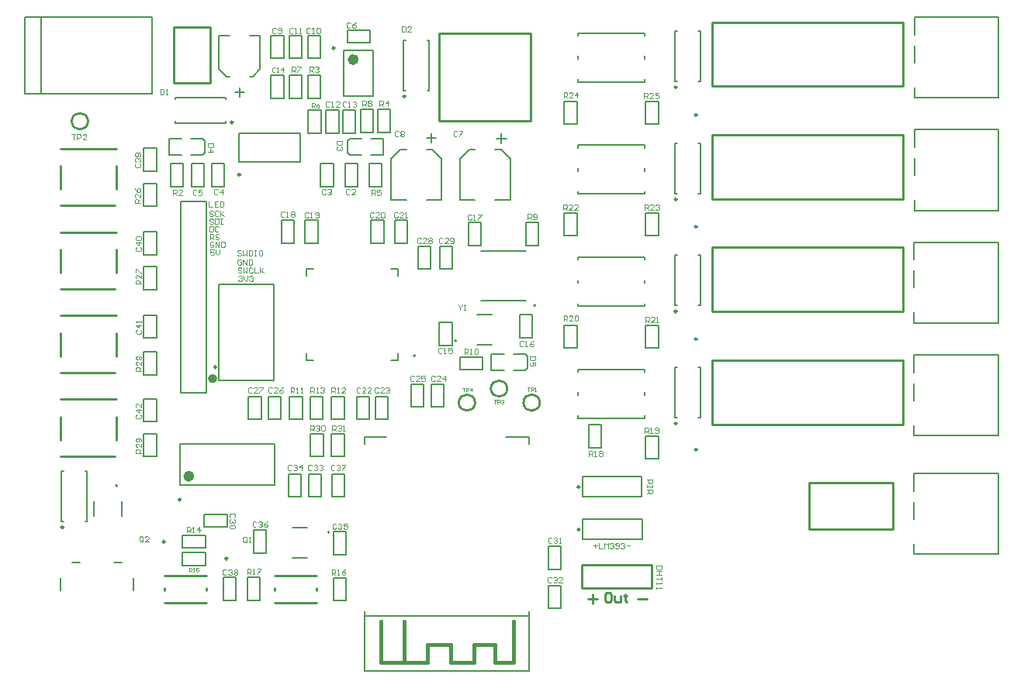
<source format=gbr>
%TF.GenerationSoftware,Altium Limited,Altium Designer,24.9.1 (31)*%
G04 Layer_Color=65535*
%FSLAX45Y45*%
%MOMM*%
%TF.SameCoordinates,27D3D336-BC1F-43B1-B9D8-2BE266924E3D*%
%TF.FilePolarity,Positive*%
%TF.FileFunction,Legend,Top*%
%TF.Part,Single*%
G01*
G75*
%TA.AperFunction,NonConductor*%
%ADD38C,0.25400*%
%ADD65C,0.25000*%
%ADD66C,0.20000*%
%ADD67C,0.60000*%
%ADD68C,0.50800*%
%ADD69C,0.15240*%
%ADD70C,0.17780*%
%ADD71C,0.12700*%
%ADD72C,0.38100*%
%ADD73C,0.20320*%
%ADD74C,0.10000*%
%ADD75C,0.05000*%
D38*
X5105400Y2486660D02*
G03*
X5105400Y2486660I-88900J0D01*
G01*
X4755011Y2333166D02*
G03*
X4755011Y2333166I-88900J0D01*
G01*
X530860Y5407660D02*
G03*
X530860Y5407660I-88900J0D01*
G01*
X5461179Y2333166D02*
G03*
X5461179Y2333166I-88900J0D01*
G01*
X4364100Y5410320D02*
Y6370320D01*
X4864100D01*
X4364100Y5410320D02*
X5364100D01*
Y6370320D01*
X4864100D02*
X5364100D01*
X7342440Y5258615D02*
X9422440D01*
Y4558615D02*
Y5258615D01*
X7342440Y4558615D02*
X9422440D01*
X7342440D02*
Y5258615D01*
X1462720Y5822520D02*
Y6439740D01*
X1861500Y5822520D02*
Y6439740D01*
X1462720Y5822520D02*
X1861500D01*
X1462720Y6439740D02*
X1861500D01*
X228600Y4195679D02*
X838200D01*
X228600Y3573379D02*
X825500D01*
X838200Y3751179D02*
Y4005179D01*
X228600Y3751179D02*
Y4005179D01*
Y2838633D02*
Y3092633D01*
X838200Y2838633D02*
Y3092633D01*
X228600Y2660833D02*
X825500D01*
X228600Y3283133D02*
X838200D01*
X1363980Y444500D02*
X1823980D01*
X1362580Y141800D02*
X1822580D01*
X1363980Y279400D02*
Y304800D01*
X1821180Y279400D02*
Y304800D01*
X3025140Y279400D02*
Y304800D01*
X2567940Y279400D02*
Y304800D01*
X2566540Y141800D02*
X3026540D01*
X2567940Y444500D02*
X3027940D01*
X228600Y4663725D02*
Y4917725D01*
X838200Y4663725D02*
Y4917725D01*
X228600Y4485925D02*
X825500D01*
X228600Y5108225D02*
X838200D01*
X228139Y2370587D02*
X837739D01*
X228139Y1748287D02*
X825039D01*
X837739Y1926087D02*
Y2180087D01*
X228139Y1926087D02*
Y2180087D01*
X5921980Y564459D02*
X6683980D01*
Y310459D02*
Y564459D01*
X5921980Y310459D02*
X6683980D01*
X5921980D02*
Y564459D01*
X9318640Y947996D02*
Y1455996D01*
X8404240Y947996D02*
Y1455996D01*
Y947996D02*
X9318640D01*
X8404240Y1455996D02*
X9318640D01*
X7342440Y2094721D02*
Y2794721D01*
Y2094721D02*
X9422440D01*
Y2794721D01*
X7342440D02*
X9422440D01*
X7342440Y3327801D02*
Y4027801D01*
Y3327801D02*
X9422440D01*
Y4027801D01*
X7342440D02*
X9422440D01*
X7342440Y5789429D02*
Y6489429D01*
Y5789429D02*
X9422440D01*
Y6489429D01*
X7342440D02*
X9422440D01*
X6225454Y257430D02*
X6191599D01*
X6174671Y240502D01*
Y172791D01*
X6191599Y155863D01*
X6225454D01*
X6242382Y172791D01*
Y240502D01*
X6225454Y257430D01*
X6276238Y223574D02*
Y172791D01*
X6293166Y155863D01*
X6343949D01*
Y223574D01*
X6394733Y240502D02*
Y223574D01*
X6377805D01*
X6411661D01*
X6394733D01*
Y172791D01*
X6411661Y155863D01*
X6532811Y183803D02*
X6634378D01*
X6037494Y237143D02*
Y135576D01*
X6088278Y186360D02*
X5986711D01*
D65*
X7178040Y1818640D02*
G03*
X7178040Y1818640I-12500J0D01*
G01*
X6956440Y2106020D02*
G03*
X6956440Y2106020I-12500J0D01*
G01*
X262332Y970229D02*
G03*
X262332Y970229I-12500J0D01*
G01*
X3994820Y5679200D02*
G03*
X3994820Y5679200I-12500J0D01*
G01*
X2112720Y5397080D02*
G03*
X2112720Y5397080I-12500J0D01*
G01*
X6956440Y3330628D02*
G03*
X6956440Y3330628I-12500J0D01*
G01*
Y4555235D02*
G03*
X6956440Y4555235I-12500J0D01*
G01*
Y5779843D02*
G03*
X6956440Y5779843I-12500J0D01*
G01*
X1368860Y813000D02*
G03*
X1368860Y813000I-12500J0D01*
G01*
X7178040Y4254500D02*
G03*
X7178040Y4254500I-12500J0D01*
G01*
X2053517Y630236D02*
G03*
X2053517Y630236I-12500J0D01*
G01*
X2193020Y4825100D02*
G03*
X2193020Y4825100I-12500J0D01*
G01*
X7178040Y3027680D02*
G03*
X7178040Y3027680I-12500J0D01*
G01*
Y5476240D02*
G03*
X7178040Y5476240I-12500J0D01*
G01*
X5899139Y946343D02*
G03*
X5899139Y946343I-12500J0D01*
G01*
X5895940Y1412240D02*
G03*
X5895940Y1412240I-12500J0D01*
G01*
X1931040Y2720340D02*
G03*
X1931040Y2720340I-12500J0D01*
G01*
X1543219Y1273742D02*
G03*
X1543219Y1273742I-12500J0D01*
G01*
X3222420Y6207200D02*
G03*
X3222420Y6207200I-12500J0D01*
G01*
D66*
X3166262Y914068D02*
G03*
X3166262Y914068I-10000J0D01*
G01*
X4552480Y3010740D02*
G03*
X4552480Y3010740I-10000J0D01*
G01*
X5414919Y3394784D02*
G03*
X5414919Y3394784I-10000J0D01*
G01*
X851260Y1426729D02*
G03*
X851260Y1426729I-10000J0D01*
G01*
X4101940Y2844800D02*
G03*
X4101940Y2844800I-10000J0D01*
G01*
X6936440Y2171021D02*
Y2721020D01*
X7216440Y2171021D02*
Y2721020D01*
X6936440Y2171021D02*
X6958940D01*
X6936440Y2721020D02*
X6958940D01*
X7193940Y2171021D02*
X7216440D01*
X7193940Y2721020D02*
X7216440D01*
X242332Y1035230D02*
Y1585229D01*
X522332Y1035230D02*
Y1585229D01*
X242332Y1035230D02*
X264832D01*
X242332Y1585229D02*
X264832D01*
X499832Y1035230D02*
X522332D01*
X499832Y1585229D02*
X522332D01*
X2409920Y5974940D02*
Y6344940D01*
X2294920Y5894940D02*
X2329920D01*
X2409920Y5974940D01*
X2294920Y6344940D02*
X2409920D01*
X1959920D02*
X2074920D01*
X1959920Y5974940D02*
X2039920Y5894940D01*
X2074920D01*
X1959920Y5974940D02*
Y6344940D01*
X5139100Y4550076D02*
Y5000076D01*
X4974100Y5100076D02*
X5039100D01*
X5139100Y5000076D01*
X4974100Y4550076D02*
X5139100D01*
X4589100D02*
X4754100D01*
X4589100Y5000076D02*
X4689100Y5100076D01*
X4754100D01*
X4589100Y4550076D02*
Y5000076D01*
X4389820Y4550076D02*
Y5000076D01*
X4224820Y5100076D02*
X4289820D01*
X4389820Y5000076D01*
X4224820Y4550076D02*
X4389820D01*
X3839820D02*
X4004820D01*
X3839820Y5000076D02*
X3939820Y5100076D01*
X4004820D01*
X3839820Y4550076D02*
Y5000076D01*
X356352Y581761D02*
X441352D01*
X226352Y281760D02*
Y416760D01*
X1026352Y281760D02*
Y416760D01*
X811352Y581761D02*
X896352D01*
X4232320Y6294200D02*
X4254820D01*
X4232320Y5744200D02*
X4254820D01*
X3974820Y6294200D02*
X3997320D01*
X3974820Y5744200D02*
X3997320D01*
X4254820D02*
Y6294200D01*
X3974820Y5744200D02*
Y6294200D01*
X1485220Y5647080D02*
Y5669580D01*
X2035220Y5647080D02*
Y5669580D01*
X1485220Y5389580D02*
Y5412080D01*
X2035220Y5389580D02*
Y5412080D01*
X1485220Y5669580D02*
X2035220D01*
X1485220Y5389580D02*
X2035220D01*
X6936440Y3395628D02*
Y3945628D01*
X7216440Y3395628D02*
Y3945628D01*
X6936440Y3395628D02*
X6958940D01*
X6936440Y3945628D02*
X6958940D01*
X7193940Y3395628D02*
X7216440D01*
X7193940Y3945628D02*
X7216440D01*
X7193940Y5170235D02*
X7216440D01*
X7193940Y4620235D02*
X7216440D01*
X6936440Y5170235D02*
X6958940D01*
X6936440Y4620235D02*
X6958940D01*
X7216440D02*
Y5170235D01*
X6936440Y4620235D02*
Y5170235D01*
X7193940Y6394843D02*
X7216440D01*
X7193940Y5844843D02*
X7216440D01*
X6936440Y6394843D02*
X6958940D01*
X6936440Y5844843D02*
X6958940D01*
X7216440D02*
Y6394843D01*
X6936440Y5844843D02*
Y6394843D01*
X2762262Y633068D02*
X2922262D01*
X2762262Y963067D02*
X2922262D01*
X4776480Y2961740D02*
X4936480D01*
X4776480Y3291740D02*
X4936480D01*
X2174520Y4963100D02*
X2844520D01*
X2174520Y5273100D02*
X2844520D01*
X2174520Y4963100D02*
Y5273100D01*
X2844520Y4963100D02*
Y5273100D01*
X5929139Y1056343D02*
X6579139D01*
Y836343D02*
Y1056343D01*
X5929139Y836343D02*
X6579139D01*
X5929139D02*
Y1056343D01*
X5925940Y1522240D02*
X6575940D01*
Y1302240D02*
Y1522240D01*
X5925940Y1302240D02*
X6575940D01*
X5925940D02*
Y1522240D01*
X1961040Y3626340D02*
X2556040D01*
Y2576340D02*
Y3626340D01*
X1961040Y2576340D02*
X2556040D01*
X1961040D02*
Y3626340D01*
X1530719Y1428752D02*
X2570719D01*
X1530719Y1878752D02*
X2570719D01*
X1530719Y1428752D02*
Y1878752D01*
X2570719Y1428752D02*
Y1878752D01*
X3324920Y5681700D02*
Y6181700D01*
X3644920Y5681700D02*
Y6181700D01*
X3324920D02*
X3644920D01*
X3324920Y5681700D02*
X3644920D01*
X9547602Y1367995D02*
Y1558995D01*
Y677995D02*
Y792995D01*
Y1558995D02*
X10467602D01*
Y677995D02*
Y1558995D01*
X9547602Y677995D02*
X10467602D01*
X9547602Y1062995D02*
Y1249995D01*
Y2356988D02*
Y2543988D01*
Y1971988D02*
X10467602D01*
Y2852988D01*
X9547602D02*
X10467602D01*
X9547602Y1971988D02*
Y2086988D01*
Y2661988D02*
Y2852988D01*
X9550641Y6049429D02*
Y6236429D01*
Y5664429D02*
X10470641D01*
Y6545429D01*
X9550641D02*
X10470641D01*
X9550641Y5664429D02*
Y5779429D01*
Y6354428D02*
Y6545429D01*
Y4818615D02*
Y5005615D01*
Y4433615D02*
X10470641D01*
Y5314615D01*
X9550641D02*
X10470641D01*
X9550641Y4433615D02*
Y4548615D01*
Y5123615D02*
Y5314615D01*
X9547602Y3587801D02*
Y3774801D01*
Y3202801D02*
X10467602D01*
Y4083801D01*
X9547602D02*
X10467602D01*
X9547602Y3202801D02*
Y3317801D01*
Y3892801D02*
Y4083801D01*
D67*
X1660719Y1528752D02*
G03*
X1660719Y1528752I-30000J0D01*
G01*
X3454920Y6081700D02*
G03*
X3454920Y6081700I-30000J0D01*
G01*
D68*
X1915160Y2595880D02*
G03*
X1915160Y2595880I-25400J0D01*
G01*
D69*
X3877861Y4324695D02*
X4016442D01*
X3877861Y4075235D02*
Y4324695D01*
Y4075235D02*
X4016442D01*
Y4324695D01*
X5994400Y2090960D02*
X6132980D01*
X5994400Y1841500D02*
Y2090960D01*
Y1841500D02*
X6132980D01*
Y2090960D01*
X1140276Y3951300D02*
Y4200760D01*
X1278856D01*
Y3951300D02*
Y4200760D01*
X1140276Y3951300D02*
X1278856D01*
X1140276Y4863845D02*
Y5113305D01*
X1278856D01*
Y4863845D02*
Y5113305D01*
X1140276Y4863845D02*
X1278856D01*
X1140276Y3038753D02*
Y3288213D01*
X1278856D01*
Y3038753D02*
Y3288213D01*
X1140276Y3038753D02*
X1278856D01*
X1140276Y2126207D02*
X1278856D01*
Y2375667D01*
X1140276D02*
X1278856D01*
X1140276Y2126207D02*
Y2375667D01*
X4277946Y2287096D02*
X4416527D01*
Y2536556D01*
X4277946D02*
X4416527D01*
X4277946Y2287096D02*
Y2536556D01*
X4055075Y2287096D02*
X4193655D01*
Y2536556D01*
X4055075D02*
X4193655D01*
X4055075Y2287096D02*
Y2536556D01*
X3806340Y2151380D02*
Y2400840D01*
X3667760Y2151380D02*
X3806340D01*
X3667760D02*
Y2400840D01*
X3806340D01*
X3463140Y2150840D02*
Y2400300D01*
X3601720D01*
Y2150840D02*
Y2400300D01*
X3463140Y2150840D02*
X3601720D01*
X4132527Y4040449D02*
X4271107D01*
X4132527Y3790989D02*
Y4040449D01*
Y3790989D02*
X4271107D01*
Y4040449D01*
X4680139Y4299931D02*
X4818719D01*
X4680139Y4050471D02*
Y4299931D01*
Y4050471D02*
X4818719D01*
Y4299931D01*
X4369965Y4040449D02*
X4508545D01*
X4369965Y3790989D02*
Y4040449D01*
Y3790989D02*
X4508545D01*
Y4040449D01*
X4363955Y3209240D02*
X4502535D01*
X4363955Y2959780D02*
Y3209240D01*
Y2959780D02*
X4502535D01*
Y3209240D01*
X3068320Y4942600D02*
X3206900D01*
X3068320Y4693140D02*
Y4942600D01*
Y4693140D02*
X3206900D01*
Y4942600D01*
X3336140Y4693140D02*
Y4942600D01*
X3474720D01*
Y4693140D02*
Y4942600D01*
X3336140Y4693140D02*
X3474720D01*
X3039236Y4075235D02*
Y4324695D01*
X2900656Y4075235D02*
X3039236D01*
X2900656D02*
Y4324695D01*
X3039236D01*
X2643590D02*
X2782170D01*
X2643590Y4075235D02*
Y4324695D01*
Y4075235D02*
X2782170D01*
Y4324695D01*
X1881147Y4942600D02*
X2019727D01*
X1881147Y4693140D02*
Y4942600D01*
Y4693140D02*
X2019727D01*
Y4942600D01*
X2336803Y940847D02*
X2475383D01*
X2336803Y691387D02*
Y940847D01*
Y691387D02*
X2475383D01*
Y940847D01*
X3208024Y673337D02*
X3346604D01*
Y922797D01*
X3208024D02*
X3346604D01*
X3208024Y673337D02*
Y922797D01*
X2006600Y422180D02*
X2145180D01*
X2006600Y172720D02*
Y422180D01*
Y172720D02*
X2145180D01*
Y422180D01*
X5553892Y333534D02*
X5692472D01*
X5553892Y84074D02*
Y333534D01*
Y84074D02*
X5692472D01*
Y333534D01*
X5552472Y510000D02*
X5691052D01*
Y759460D01*
X5552472D02*
X5691052D01*
X5552472Y510000D02*
Y759460D01*
X2047581Y974660D02*
Y1113240D01*
X1798121D02*
X2047581D01*
X1798121Y974660D02*
Y1113240D01*
Y974660D02*
X2047581D01*
X2282040Y2149936D02*
Y2399396D01*
X2420620D01*
Y2149936D02*
Y2399396D01*
X2282040Y2149936D02*
X2420620D01*
X2500480D02*
Y2399396D01*
X2639060D01*
Y2149936D02*
Y2399396D01*
X2500480Y2149936D02*
X2639060D01*
X3078729Y1304980D02*
Y1554440D01*
X2940149Y1304980D02*
X3078729D01*
X2940149D02*
Y1554440D01*
X3078729D01*
X2857729Y1304980D02*
Y1554440D01*
X2719149Y1304980D02*
X2857729D01*
X2719149D02*
Y1554440D01*
X2857729D01*
X3190380Y1304980D02*
Y1554440D01*
X3328960D01*
Y1304980D02*
Y1554440D01*
X3190380Y1304980D02*
X3328960D01*
X5238481Y3044240D02*
Y3293700D01*
X5377061D01*
Y3044240D02*
Y3293700D01*
X5238481Y3044240D02*
X5377061D01*
X2666168Y5661120D02*
Y5910580D01*
X2527588Y5661120D02*
X2666168D01*
X2527588D02*
Y5910580D01*
X2666168D01*
X3066168Y6095480D02*
Y6344940D01*
X2927588Y6095480D02*
X3066168D01*
X2927588D02*
Y6344940D01*
X3066168D01*
X2866168Y6095480D02*
Y6344940D01*
X2727588Y6095480D02*
X2866168D01*
X2727588D02*
Y6344940D01*
X2866168D01*
X2666168Y6095480D02*
Y6344940D01*
X2527588Y6095480D02*
X2666168D01*
X2527588D02*
Y6344940D01*
X2666168D01*
X3360190Y6401700D02*
X3609650D01*
Y6263120D02*
Y6401700D01*
X3360190Y6263120D02*
X3609650D01*
X3360190D02*
Y6401700D01*
X3127860Y5280120D02*
Y5529580D01*
X3266440D01*
Y5280120D02*
Y5529580D01*
X3127860Y5280120D02*
X3266440D01*
X3313280D02*
X3451860D01*
Y5529580D01*
X3313280D02*
X3451860D01*
X3313280Y5280120D02*
Y5529580D01*
X1657627Y4942600D02*
X1796207D01*
X1657627Y4693140D02*
Y4942600D01*
Y4693140D02*
X1796207D01*
Y4942600D01*
X3759376Y4075235D02*
Y4324695D01*
X3620796Y4075235D02*
X3759376D01*
X3620796D02*
Y4324695D01*
X3759376D01*
X1140276Y3568300D02*
Y3817760D01*
X1278856D01*
Y3568300D02*
Y3817760D01*
X1140276Y3568300D02*
X1278856D01*
X1140276Y2637440D02*
Y2886900D01*
X1278856D01*
Y2637440D02*
Y2886900D01*
X1140276Y2637440D02*
X1278856D01*
X1810147Y555356D02*
Y693936D01*
X1560687D02*
X1810147D01*
X1560687Y555356D02*
Y693936D01*
Y555356D02*
X1810147D01*
X2267927Y172720D02*
X2406507D01*
Y422180D01*
X2267927D02*
X2406507D01*
X2267927Y172720D02*
Y422180D01*
X2867890Y2149936D02*
Y2399396D01*
X2729310Y2149936D02*
X2867890D01*
X2729310D02*
Y2399396D01*
X2867890D01*
X2927588Y5661120D02*
X3066168D01*
Y5910580D01*
X2927588D02*
X3066168D01*
X2927588Y5661120D02*
Y5910580D01*
X6754727Y1719580D02*
Y1969040D01*
X6616147Y1719580D02*
X6754727D01*
X6616147D02*
Y1969040D01*
X6754727D01*
Y4155170D02*
Y4404630D01*
X6616147Y4155170D02*
X6754727D01*
X6616147D02*
Y4404630D01*
X6754727D01*
X5728267Y4155170D02*
Y4404630D01*
X5866847D01*
Y4155170D02*
Y4404630D01*
X5728267Y4155170D02*
X5866847D01*
X2957432Y2150402D02*
Y2399862D01*
X3096013D01*
Y2150402D02*
Y2399862D01*
X2957432Y2150402D02*
X3096013D01*
X3186589Y2149396D02*
Y2398856D01*
X3325169D01*
Y2149396D02*
Y2398856D01*
X3186589Y2149396D02*
X3325169D01*
X5308719Y4049380D02*
X5447299D01*
Y4298840D01*
X5308719D02*
X5447299D01*
X5308719Y4049380D02*
Y4298840D01*
X1140276Y1743208D02*
X1278856D01*
Y1992668D01*
X1140276D02*
X1278856D01*
X1140276Y1743208D02*
Y1992668D01*
X1561563Y745757D02*
Y884337D01*
Y745757D02*
X1811023D01*
Y884337D01*
X1561563D02*
X1811023D01*
X3208024Y167100D02*
X3346604D01*
Y416560D01*
X3208024D02*
X3346604D01*
X3208024Y167100D02*
Y416560D01*
X5728267Y2928350D02*
Y3177810D01*
X5866847D01*
Y2928350D02*
Y3177810D01*
X5728267Y2928350D02*
X5866847D01*
X6754727D02*
Y3177810D01*
X6616147Y2928350D02*
X6754727D01*
X6616147D02*
Y3177810D01*
X6754727D01*
X3735220Y4693140D02*
Y4942600D01*
X3596640Y4693140D02*
X3735220D01*
X3596640D02*
Y4942600D01*
X3735220D01*
X1140276Y4480846D02*
X1278856D01*
Y4730306D01*
X1140276D02*
X1278856D01*
X1140276Y4480846D02*
Y4730306D01*
X6604717Y6088667D02*
Y6121179D01*
X5878277Y5838223D02*
Y5867179D01*
Y6088667D02*
Y6121179D01*
Y6342667D02*
Y6371623D01*
X6604717D01*
Y5838223D02*
Y5867179D01*
X5878277Y5838223D02*
X6604717D01*
Y6342667D02*
Y6371623D01*
X3186590Y1743207D02*
X3325170D01*
Y1992667D01*
X3186590D02*
X3325170D01*
X3186590Y1743207D02*
Y1992667D01*
X2957949Y1743207D02*
X3096529D01*
Y1992667D01*
X2957949D02*
X3096529D01*
X2957949Y1743207D02*
Y1992667D01*
X6604717Y2668845D02*
Y2697801D01*
X5878277Y2164401D02*
X6604717D01*
Y2193357D01*
X5878277Y2697801D02*
X6604717D01*
X5878277Y2668845D02*
Y2697801D01*
Y2414845D02*
Y2447357D01*
Y2164401D02*
Y2193357D01*
X6604717Y2414845D02*
Y2447357D01*
X6604718Y3893452D02*
Y3922408D01*
X5878278Y3389008D02*
X6604718D01*
Y3417964D01*
X5878278Y3922408D02*
X6604718D01*
X5878278Y3893452D02*
Y3922408D01*
Y3639452D02*
Y3671964D01*
Y3389008D02*
Y3417964D01*
X6604718Y3639452D02*
Y3671964D01*
Y4864059D02*
Y4896571D01*
X5878278Y4613615D02*
Y4642571D01*
Y4864059D02*
Y4896571D01*
Y5118059D02*
Y5147015D01*
X6604718D01*
Y4613615D02*
Y4642571D01*
X5878278Y4613615D02*
X6604718D01*
Y5118059D02*
Y5147015D01*
X4840400Y2693520D02*
Y2832100D01*
X4590940D02*
X4840400D01*
X4590940Y2693520D02*
Y2832100D01*
Y2693520D02*
X4840400D01*
X3072280Y5278120D02*
Y5527580D01*
X2933700Y5278120D02*
X3072280D01*
X2933700D02*
Y5527580D01*
X3072280D01*
X5728267Y5376910D02*
Y5626370D01*
X5866847D01*
Y5376910D02*
Y5626370D01*
X5728267Y5376910D02*
X5866847D01*
X6754727D02*
Y5626370D01*
X6616147Y5376910D02*
X6754727D01*
X6616147D02*
Y5626370D01*
X6754727D01*
X1430020Y4942600D02*
X1568600D01*
X1430020Y4693140D02*
Y4942600D01*
Y4693140D02*
X1568600D01*
Y4942600D01*
X2727588Y5910580D02*
X2866168D01*
X2727588Y5661120D02*
Y5910580D01*
Y5661120D02*
X2866168D01*
Y5910580D01*
X3691340Y5537740D02*
X3829920D01*
X3691340Y5288280D02*
Y5537740D01*
Y5288280D02*
X3829920D01*
Y5537740D01*
X3503780Y5287740D02*
X3642360D01*
Y5537200D01*
X3503780D02*
X3642360D01*
X3503780Y5287740D02*
Y5537200D01*
X1539240Y2440940D02*
X1818640D01*
X1539240D02*
Y4528820D01*
X1818640D01*
Y2440940D02*
Y4528820D01*
X2239400Y5727700D02*
X2134920D01*
X2187160Y5779940D02*
Y5675460D01*
X4990760Y5221197D02*
X5095240D01*
X5043000Y5168956D02*
Y5273437D01*
X4223699Y5227837D02*
X4328180D01*
X4275940Y5175596D02*
Y5280077D01*
D70*
X22860Y5704840D02*
Y6543040D01*
X-154940Y5704840D02*
X1229360D01*
X-154940Y6543040D02*
X1229360D01*
Y5704840D02*
Y6543040D01*
X-154940Y5704840D02*
Y6543040D01*
D71*
X3385820Y5217160D02*
X3512820D01*
X3614420D02*
X3754120D01*
X3385820Y5039360D02*
X3512820D01*
X3614420D02*
X3754120D01*
X3360420Y5064760D02*
Y5191760D01*
X3385820Y5217160D01*
X3360420Y5064760D02*
X3385820Y5039360D01*
X3754120D02*
Y5217160D01*
X4931820Y2687320D02*
Y2865120D01*
X5300120D02*
X5325520Y2839720D01*
X5300120Y2687320D02*
X5325520Y2712720D01*
Y2839720D01*
X4931820Y2865120D02*
X5071520D01*
X5173120D02*
X5300120D01*
X4931820Y2687320D02*
X5071520D01*
X5173120D02*
X5300120D01*
X1413100Y5039360D02*
Y5217160D01*
X1781400D02*
X1806800Y5191760D01*
X1781400Y5039360D02*
X1806800Y5064760D01*
Y5191760D01*
X1413100Y5217160D02*
X1552800D01*
X1654400D02*
X1781400D01*
X1413100Y5039360D02*
X1552800D01*
X1654400D02*
X1781400D01*
X4818719Y3446060D02*
X5308719D01*
X4818719Y3990060D02*
X5308719D01*
X903260Y1089979D02*
Y1252479D01*
X590260Y1089979D02*
Y1252479D01*
X3913760Y3716020D02*
Y3794380D01*
Y2794380D02*
Y2872740D01*
X2913760Y2794380D02*
X2992120D01*
X2913760Y3716020D02*
Y3794380D01*
X3835400D02*
X3913760D01*
X2913760D02*
X2992120D01*
X2913760Y2794380D02*
Y2872740D01*
X3835400Y2794380D02*
X3913760D01*
D72*
X4488780Y-509140D02*
X4741780D01*
X3982780D02*
Y-59140D01*
X5178780Y-509140D02*
Y-59140D01*
X4741780Y-309140D02*
X4971780D01*
X3729780Y-509140D02*
X3982780D01*
X4235780D01*
X4971780D02*
Y-309140D01*
X4235780D02*
X4488780D01*
X4971780Y-509140D02*
X5178780D01*
X4488780D02*
Y-309140D01*
X3729780Y-509140D02*
Y-59140D01*
X4741780Y-509140D02*
Y-309140D01*
X4235780Y-509140D02*
Y-309140D01*
D73*
X3553400Y3560D02*
Y53560D01*
X5347400Y3560D02*
Y53560D01*
X3553400Y-596440D02*
Y3560D01*
Y-596440D02*
X5347400D01*
Y3560D01*
X3553400D02*
X5347400D01*
X3553400Y1884560D02*
Y1953560D01*
X3783400D01*
X5094400D02*
X5347400D01*
Y1884560D02*
Y1953560D01*
D74*
X6793361Y548800D02*
X6733380D01*
Y518810D01*
X6743377Y508813D01*
X6783364D01*
X6793361Y518810D01*
Y548800D01*
Y488819D02*
X6733380D01*
X6763370D01*
Y448832D01*
X6793361D01*
X6733380D01*
X6793361Y428839D02*
Y388852D01*
Y408845D01*
X6733380D01*
Y368858D02*
Y348865D01*
Y358862D01*
X6793361D01*
X6783364Y368858D01*
X6733380Y318875D02*
Y298881D01*
Y308878D01*
X6793361D01*
X6783364Y318875D01*
X6631780Y1488600D02*
X6691761D01*
Y1458610D01*
X6681764Y1448613D01*
X6661770D01*
X6651774Y1458610D01*
Y1488600D01*
X6691761Y1428619D02*
Y1408626D01*
Y1418623D01*
X6631780D01*
Y1428619D01*
Y1408626D01*
Y1378636D02*
X6691761D01*
Y1348646D01*
X6681764Y1338649D01*
X6661770D01*
X6651774Y1348646D01*
Y1378636D01*
Y1358642D02*
X6631780Y1338649D01*
X6047580Y768970D02*
X6087567D01*
X6067574Y788964D02*
Y748977D01*
X6107561Y798961D02*
Y738980D01*
X6147548D01*
X6167541D02*
Y798961D01*
X6187535Y778967D01*
X6207528Y798961D01*
Y738980D01*
X6227522Y788964D02*
X6237518Y798961D01*
X6257512D01*
X6267509Y788964D01*
Y778967D01*
X6257512Y768970D01*
X6247515D01*
X6257512D01*
X6267509Y758974D01*
Y748977D01*
X6257512Y738980D01*
X6237518D01*
X6227522Y748977D01*
X6287502D02*
X6297499Y738980D01*
X6317493D01*
X6327489Y748977D01*
Y788964D01*
X6317493Y798961D01*
X6297499D01*
X6287502Y788964D01*
Y778967D01*
X6297499Y768970D01*
X6327489D01*
X6347483Y788964D02*
X6357480Y798961D01*
X6377473D01*
X6387470Y788964D01*
Y778967D01*
X6377473Y768970D01*
X6367476D01*
X6377473D01*
X6387470Y758974D01*
Y748977D01*
X6377473Y738980D01*
X6357480D01*
X6347483Y748977D01*
X6407463Y768970D02*
X6447450D01*
X1896567Y4332264D02*
X1886570Y4342261D01*
X1866577D01*
X1856580Y4332264D01*
Y4322267D01*
X1866577Y4312270D01*
X1886570D01*
X1896567Y4302274D01*
Y4292277D01*
X1886570Y4282280D01*
X1866577D01*
X1856580Y4292277D01*
X1916561Y4342261D02*
Y4282280D01*
X1946551D01*
X1956548Y4292277D01*
Y4332264D01*
X1946551Y4342261D01*
X1916561D01*
X1976541D02*
X1996535D01*
X1986538D01*
Y4282280D01*
X1976541D01*
X1996535D01*
X2203907Y3986824D02*
X2193910Y3996821D01*
X2173917D01*
X2163920Y3986824D01*
Y3976827D01*
X2173917Y3966830D01*
X2193910D01*
X2203907Y3956834D01*
Y3946837D01*
X2193910Y3936840D01*
X2173917D01*
X2163920Y3946837D01*
X2223901Y3996821D02*
Y3936840D01*
X2243894Y3956834D01*
X2263888Y3936840D01*
Y3996821D01*
X2283881D02*
Y3936840D01*
X2313871D01*
X2323868Y3946837D01*
Y3986824D01*
X2313871Y3996821D01*
X2283881D01*
X2343862D02*
X2363855D01*
X2353858D01*
Y3936840D01*
X2343862D01*
X2363855D01*
X2423836Y3996821D02*
X2403842D01*
X2393845Y3986824D01*
Y3946837D01*
X2403842Y3936840D01*
X2423836D01*
X2433832Y3946837D01*
Y3986824D01*
X2423836Y3996821D01*
X2203907Y3890304D02*
X2193910Y3900301D01*
X2173917D01*
X2163920Y3890304D01*
Y3850317D01*
X2173917Y3840320D01*
X2193910D01*
X2203907Y3850317D01*
Y3870310D01*
X2183914D01*
X2223901Y3840320D02*
Y3900301D01*
X2263888Y3840320D01*
Y3900301D01*
X2283881D02*
Y3840320D01*
X2313871D01*
X2323868Y3850317D01*
Y3890304D01*
X2313871Y3900301D01*
X2283881D01*
X2171540Y3712504D02*
X2181537Y3722501D01*
X2201530D01*
X2211527Y3712504D01*
Y3702507D01*
X2201530Y3692510D01*
X2191534D01*
X2201530D01*
X2211527Y3682514D01*
Y3672517D01*
X2201530Y3662520D01*
X2181537D01*
X2171540Y3672517D01*
X2231521Y3722501D02*
Y3682514D01*
X2251514Y3662520D01*
X2271508Y3682514D01*
Y3722501D01*
X2291501Y3712504D02*
X2301498Y3722501D01*
X2321491D01*
X2331488Y3712504D01*
Y3702507D01*
X2321491Y3692510D01*
X2311495D01*
X2321491D01*
X2331488Y3682514D01*
Y3672517D01*
X2321491Y3662520D01*
X2301498D01*
X2291501Y3672517D01*
X2206447Y3798864D02*
X2196450Y3808861D01*
X2176457D01*
X2166460Y3798864D01*
Y3788867D01*
X2176457Y3778870D01*
X2196450D01*
X2206447Y3768874D01*
Y3758877D01*
X2196450Y3748880D01*
X2176457D01*
X2166460Y3758877D01*
X2226441Y3808861D02*
Y3748880D01*
X2246434Y3768874D01*
X2266428Y3748880D01*
Y3808861D01*
X2326408Y3798864D02*
X2316411Y3808861D01*
X2296418D01*
X2286421Y3798864D01*
Y3758877D01*
X2296418Y3748880D01*
X2316411D01*
X2326408Y3758877D01*
X2346402Y3808861D02*
Y3748880D01*
X2386389D01*
X2406382Y3808861D02*
Y3748880D01*
Y3768874D01*
X2446369Y3808861D01*
X2416379Y3778870D01*
X2446369Y3748880D01*
X1904187Y4004441D02*
X1864200D01*
Y3974450D01*
X1884194Y3984447D01*
X1894190D01*
X1904187Y3974450D01*
Y3954457D01*
X1894190Y3944460D01*
X1874197D01*
X1864200Y3954457D01*
X1924181Y4004441D02*
Y3964454D01*
X1944174Y3944460D01*
X1964168Y3964454D01*
Y4004441D01*
X1901647Y4080804D02*
X1891650Y4090801D01*
X1871657D01*
X1861660Y4080804D01*
Y4040817D01*
X1871657Y4030820D01*
X1891650D01*
X1901647Y4040817D01*
Y4060810D01*
X1881654D01*
X1921641Y4030820D02*
Y4090801D01*
X1961628Y4030820D01*
Y4090801D01*
X1981621D02*
Y4030820D01*
X2011611D01*
X2021608Y4040817D01*
Y4080804D01*
X2011611Y4090801D01*
X1981621D01*
X1861660Y4114640D02*
Y4174621D01*
X1891650D01*
X1901647Y4164624D01*
Y4144630D01*
X1891650Y4134634D01*
X1861660D01*
X1881654D02*
X1901647Y4114640D01*
X1961628Y4164624D02*
X1951631Y4174621D01*
X1931637D01*
X1921641Y4164624D01*
Y4154627D01*
X1931637Y4144630D01*
X1951631D01*
X1961628Y4134634D01*
Y4124637D01*
X1951631Y4114640D01*
X1931637D01*
X1921641Y4124637D01*
X1859120Y4258441D02*
Y4198460D01*
X1889110D01*
X1899107Y4208457D01*
Y4248444D01*
X1889110Y4258441D01*
X1859120D01*
X1959088Y4248444D02*
X1949091Y4258441D01*
X1929097D01*
X1919101Y4248444D01*
Y4208457D01*
X1929097Y4198460D01*
X1949091D01*
X1959088Y4208457D01*
X1896567Y4418624D02*
X1886570Y4428621D01*
X1866577D01*
X1856580Y4418624D01*
Y4408627D01*
X1866577Y4398630D01*
X1886570D01*
X1896567Y4388634D01*
Y4378637D01*
X1886570Y4368640D01*
X1866577D01*
X1856580Y4378637D01*
X1956548Y4418624D02*
X1946551Y4428621D01*
X1926557D01*
X1916561Y4418624D01*
Y4378637D01*
X1926557Y4368640D01*
X1946551D01*
X1956548Y4378637D01*
X1976541Y4428621D02*
Y4368640D01*
Y4388634D01*
X2016528Y4428621D01*
X1986538Y4398630D01*
X2016528Y4368640D01*
X1851500Y4532761D02*
Y4472780D01*
X1891487D01*
X1951468Y4532761D02*
X1911481D01*
Y4472780D01*
X1951468D01*
X1911481Y4502770D02*
X1931474D01*
X1971461Y4532761D02*
Y4472780D01*
X2001451D01*
X2011448Y4482777D01*
Y4522764D01*
X2001451Y4532761D01*
X1971461D01*
X4572653Y3403110D02*
Y3393113D01*
X4592647Y3373120D01*
X4612640Y3393113D01*
Y3403110D01*
X4592647Y3373120D02*
Y3343130D01*
X4632634D02*
X4652627D01*
X4642630D01*
Y3403110D01*
X4632634Y3393113D01*
X4617744Y2493954D02*
X4644402D01*
X4631073D01*
Y2453967D01*
X4657731D02*
Y2493954D01*
X4677725D01*
X4684389Y2487289D01*
Y2473960D01*
X4677725Y2467296D01*
X4657731D01*
X4717712Y2453967D02*
Y2493954D01*
X4697718Y2473960D01*
X4724376D01*
X4960644Y2361874D02*
X4987302D01*
X4973973D01*
Y2321887D01*
X5000631D02*
Y2361874D01*
X5020625D01*
X5027289Y2355209D01*
Y2341880D01*
X5020625Y2335216D01*
X5000631D01*
X5040618Y2355209D02*
X5047283Y2361874D01*
X5060612D01*
X5067276Y2355209D01*
Y2348545D01*
X5060612Y2341880D01*
X5053947D01*
X5060612D01*
X5067276Y2335216D01*
Y2328551D01*
X5060612Y2321887D01*
X5047283D01*
X5040618Y2328551D01*
X351826Y5264930D02*
X391813D01*
X371820D01*
Y5204950D01*
X411807D02*
Y5264930D01*
X441797D01*
X451794Y5254933D01*
Y5234940D01*
X441797Y5224943D01*
X411807D01*
X511774Y5204950D02*
X471787D01*
X511774Y5244937D01*
Y5254933D01*
X501778Y5264930D01*
X481784D01*
X471787Y5254933D01*
X5325449Y2496494D02*
X5352107D01*
X5338777D01*
Y2456507D01*
X5365436D02*
Y2496494D01*
X5385429D01*
X5392094Y2489829D01*
Y2476500D01*
X5385429Y2469836D01*
X5365436D01*
X5405423Y2456507D02*
X5418751D01*
X5412087D01*
Y2496494D01*
X5405423Y2489829D01*
X3193923Y2022330D02*
Y2082310D01*
X3223913D01*
X3233910Y2072313D01*
Y2052320D01*
X3223913Y2042323D01*
X3193923D01*
X3213916D02*
X3233910Y2022330D01*
X3253903Y2072313D02*
X3263900Y2082310D01*
X3283894D01*
X3293890Y2072313D01*
Y2062317D01*
X3283894Y2052320D01*
X3273897D01*
X3283894D01*
X3293890Y2042323D01*
Y2032326D01*
X3283894Y2022330D01*
X3263900D01*
X3253903Y2032326D01*
X3313884Y2022330D02*
X3333878D01*
X3323881D01*
Y2082310D01*
X3313884Y2072313D01*
X2955326Y2022330D02*
Y2082310D01*
X2985316D01*
X2995313Y2072313D01*
Y2052320D01*
X2985316Y2042323D01*
X2955326D01*
X2975320D02*
X2995313Y2022330D01*
X3015307Y2072313D02*
X3025303Y2082310D01*
X3045297D01*
X3055294Y2072313D01*
Y2062317D01*
X3045297Y2052320D01*
X3035300D01*
X3045297D01*
X3055294Y2042323D01*
Y2032326D01*
X3045297Y2022330D01*
X3025303D01*
X3015307Y2032326D01*
X3075287Y2072313D02*
X3085284Y2082310D01*
X3105278D01*
X3115274Y2072313D01*
Y2032326D01*
X3105278Y2022330D01*
X3085284D01*
X3075287Y2032326D01*
Y2072313D01*
X1114429Y1783391D02*
X1054449D01*
Y1813381D01*
X1064446Y1823378D01*
X1084439D01*
X1094436Y1813381D01*
Y1783391D01*
Y1803385D02*
X1114429Y1823378D01*
Y1883358D02*
Y1843371D01*
X1074442Y1883358D01*
X1064446D01*
X1054449Y1873362D01*
Y1853368D01*
X1064446Y1843371D01*
X1104433Y1903352D02*
X1114429Y1913349D01*
Y1933342D01*
X1104433Y1943339D01*
X1064446D01*
X1054449Y1933342D01*
Y1913349D01*
X1064446Y1903352D01*
X1074442D01*
X1084439Y1913349D01*
Y1943339D01*
X1114570Y2681006D02*
X1054590D01*
Y2710996D01*
X1064587Y2720993D01*
X1084580D01*
X1094577Y2710996D01*
Y2681006D01*
Y2701000D02*
X1114570Y2720993D01*
Y2780974D02*
Y2740987D01*
X1074583Y2780974D01*
X1064587D01*
X1054590Y2770977D01*
Y2750983D01*
X1064587Y2740987D01*
Y2800967D02*
X1054590Y2810964D01*
Y2830958D01*
X1064587Y2840954D01*
X1074583D01*
X1084580Y2830958D01*
X1094577Y2840954D01*
X1104574D01*
X1114570Y2830958D01*
Y2810964D01*
X1104574Y2800967D01*
X1094577D01*
X1084580Y2810964D01*
X1074583Y2800967D01*
X1064587D01*
X1084580Y2810964D02*
Y2830958D01*
X1112030Y3630966D02*
X1052050D01*
Y3660956D01*
X1062047Y3670953D01*
X1082040D01*
X1092037Y3660956D01*
Y3630966D01*
Y3650960D02*
X1112030Y3670953D01*
Y3730934D02*
Y3690947D01*
X1072043Y3730934D01*
X1062047D01*
X1052050Y3720937D01*
Y3700943D01*
X1062047Y3690947D01*
X1052050Y3750927D02*
Y3790914D01*
X1062047D01*
X1102034Y3750927D01*
X1112030D01*
X1099330Y4514886D02*
X1039349D01*
Y4544876D01*
X1049346Y4554873D01*
X1069340D01*
X1079336Y4544876D01*
Y4514886D01*
Y4534879D02*
X1099330Y4554873D01*
Y4614853D02*
Y4574866D01*
X1059343Y4614853D01*
X1049346D01*
X1039349Y4604857D01*
Y4584863D01*
X1049346Y4574866D01*
X1039349Y4674834D02*
X1049346Y4654841D01*
X1069340Y4634847D01*
X1089333D01*
X1099330Y4644844D01*
Y4664837D01*
X1089333Y4674834D01*
X1079336D01*
X1069340Y4664837D01*
Y4634847D01*
X6600226Y5659610D02*
Y5719590D01*
X6630216D01*
X6640213Y5709593D01*
Y5689600D01*
X6630216Y5679603D01*
X6600226D01*
X6620220D02*
X6640213Y5659610D01*
X6700194D02*
X6660207D01*
X6700194Y5699597D01*
Y5709593D01*
X6690197Y5719590D01*
X6670203D01*
X6660207Y5709593D01*
X6760174Y5719590D02*
X6720187D01*
Y5689600D01*
X6740181Y5699597D01*
X6750178D01*
X6760174Y5689600D01*
Y5669606D01*
X6750178Y5659610D01*
X6730184D01*
X6720187Y5669606D01*
X5721386Y5662150D02*
Y5722130D01*
X5751376D01*
X5761373Y5712133D01*
Y5692140D01*
X5751376Y5682143D01*
X5721386D01*
X5741380D02*
X5761373Y5662150D01*
X5821354D02*
X5781367D01*
X5821354Y5702137D01*
Y5712133D01*
X5811357Y5722130D01*
X5791363D01*
X5781367Y5712133D01*
X5871338Y5662150D02*
Y5722130D01*
X5841347Y5692140D01*
X5881334D01*
X6607846Y4440410D02*
Y4500390D01*
X6637836D01*
X6647833Y4490393D01*
Y4470400D01*
X6637836Y4460403D01*
X6607846D01*
X6627840D02*
X6647833Y4440410D01*
X6707814D02*
X6667827D01*
X6707814Y4480397D01*
Y4490393D01*
X6697817Y4500390D01*
X6677823D01*
X6667827Y4490393D01*
X6727807D02*
X6737804Y4500390D01*
X6757798D01*
X6767794Y4490393D01*
Y4480397D01*
X6757798Y4470400D01*
X6747801D01*
X6757798D01*
X6767794Y4460403D01*
Y4450406D01*
X6757798Y4440410D01*
X6737804D01*
X6727807Y4450406D01*
X5716306Y4435330D02*
Y4495310D01*
X5746296D01*
X5756293Y4485313D01*
Y4465320D01*
X5746296Y4455323D01*
X5716306D01*
X5736300D02*
X5756293Y4435330D01*
X5816274D02*
X5776287D01*
X5816274Y4475317D01*
Y4485313D01*
X5806277Y4495310D01*
X5786283D01*
X5776287Y4485313D01*
X5876254Y4435330D02*
X5836267D01*
X5876254Y4475317D01*
Y4485313D01*
X5866258Y4495310D01*
X5846264D01*
X5836267Y4485313D01*
X6615303Y3208510D02*
Y3268490D01*
X6645293D01*
X6655290Y3258493D01*
Y3238500D01*
X6645293Y3228503D01*
X6615303D01*
X6635296D02*
X6655290Y3208510D01*
X6715270D02*
X6675283D01*
X6715270Y3248497D01*
Y3258493D01*
X6705274Y3268490D01*
X6685280D01*
X6675283Y3258493D01*
X6735264Y3208510D02*
X6755258D01*
X6745261D01*
Y3268490D01*
X6735264Y3258493D01*
X5721386Y3223750D02*
Y3283730D01*
X5751376D01*
X5761373Y3273733D01*
Y3253740D01*
X5751376Y3243743D01*
X5721386D01*
X5741380D02*
X5761373Y3223750D01*
X5821354D02*
X5781367D01*
X5821354Y3263737D01*
Y3273733D01*
X5811357Y3283730D01*
X5791363D01*
X5781367Y3273733D01*
X5841347D02*
X5851344Y3283730D01*
X5871338D01*
X5881334Y3273733D01*
Y3233746D01*
X5871338Y3223750D01*
X5851344D01*
X5841347Y3233746D01*
Y3273733D01*
X6607765Y1999470D02*
Y2059450D01*
X6637755D01*
X6647751Y2049453D01*
Y2029460D01*
X6637755Y2019463D01*
X6607765D01*
X6627758D02*
X6647751Y1999470D01*
X6667745D02*
X6687739D01*
X6677742D01*
Y2059450D01*
X6667745Y2049453D01*
X6717729Y2009466D02*
X6727725Y1999470D01*
X6747719D01*
X6757716Y2009466D01*
Y2049453D01*
X6747719Y2059450D01*
X6727725D01*
X6717729Y2049453D01*
Y2039457D01*
X6727725Y2029460D01*
X6757716D01*
X5998165Y1748010D02*
Y1807990D01*
X6028155D01*
X6038152Y1797993D01*
Y1778000D01*
X6028155Y1768003D01*
X5998165D01*
X6018158D02*
X6038152Y1748010D01*
X6058145D02*
X6078139D01*
X6068142D01*
Y1807990D01*
X6058145Y1797993D01*
X6108129D02*
X6118125Y1807990D01*
X6138119D01*
X6148116Y1797993D01*
Y1787997D01*
X6138119Y1778000D01*
X6148116Y1768003D01*
Y1758006D01*
X6138119Y1748010D01*
X6118125D01*
X6108129Y1758006D01*
Y1768003D01*
X6118125Y1778000D01*
X6108129Y1787997D01*
Y1797993D01*
X6118125Y1778000D02*
X6138119D01*
X2266905Y457690D02*
Y517670D01*
X2296895D01*
X2306892Y507673D01*
Y487680D01*
X2296895Y477683D01*
X2266905D01*
X2286898D02*
X2306892Y457690D01*
X2326885D02*
X2346879D01*
X2336882D01*
Y517670D01*
X2326885Y507673D01*
X2376869Y517670D02*
X2416856D01*
Y507673D01*
X2376869Y467686D01*
Y457690D01*
X3191465Y450070D02*
Y510050D01*
X3221455D01*
X3231451Y500053D01*
Y480060D01*
X3221455Y470063D01*
X3191465D01*
X3211458D02*
X3231451Y450070D01*
X3251445D02*
X3271439D01*
X3261442D01*
Y510050D01*
X3251445Y500053D01*
X3341416Y510050D02*
X3321422Y500053D01*
X3301429Y480060D01*
Y460066D01*
X3311425Y450070D01*
X3331419D01*
X3341416Y460066D01*
Y470063D01*
X3331419Y480060D01*
X3301429D01*
X1609045Y912350D02*
Y972330D01*
X1639035D01*
X1649031Y962333D01*
Y942340D01*
X1639035Y932343D01*
X1609045D01*
X1629038D02*
X1649031Y912350D01*
X1669025D02*
X1689019D01*
X1679022D01*
Y972330D01*
X1669025Y962333D01*
X1748999Y912350D02*
Y972330D01*
X1719009Y942340D01*
X1758996D01*
X2960325Y2438890D02*
Y2498870D01*
X2990315D01*
X3000311Y2488873D01*
Y2468880D01*
X2990315Y2458883D01*
X2960325D01*
X2980318D02*
X3000311Y2438890D01*
X3020305D02*
X3040299D01*
X3030302D01*
Y2498870D01*
X3020305Y2488873D01*
X3070289D02*
X3080285Y2498870D01*
X3100279D01*
X3110276Y2488873D01*
Y2478877D01*
X3100279Y2468880D01*
X3090282D01*
X3100279D01*
X3110276Y2458883D01*
Y2448886D01*
X3100279Y2438890D01*
X3080285D01*
X3070289Y2448886D01*
X3188925Y2436350D02*
Y2496330D01*
X3218915D01*
X3228911Y2486333D01*
Y2466340D01*
X3218915Y2456343D01*
X3188925D01*
X3208918D02*
X3228911Y2436350D01*
X3248905D02*
X3268899D01*
X3258902D01*
Y2496330D01*
X3248905Y2486333D01*
X3338876Y2436350D02*
X3298889D01*
X3338876Y2476337D01*
Y2486333D01*
X3328879Y2496330D01*
X3308885D01*
X3298889Y2486333D01*
X2741721Y2436350D02*
Y2496330D01*
X2771711D01*
X2781708Y2486333D01*
Y2466340D01*
X2771711Y2456343D01*
X2741721D01*
X2761715D02*
X2781708Y2436350D01*
X2801702D02*
X2821695D01*
X2811698D01*
Y2496330D01*
X2801702Y2486333D01*
X2851685Y2436350D02*
X2871679D01*
X2861682D01*
Y2496330D01*
X2851685Y2486333D01*
X4639265Y2860530D02*
Y2920510D01*
X4669255D01*
X4679251Y2910513D01*
Y2890520D01*
X4669255Y2880523D01*
X4639265D01*
X4659258D02*
X4679251Y2860530D01*
X4699245D02*
X4719239D01*
X4709242D01*
Y2920510D01*
X4699245Y2910513D01*
X4749229D02*
X4759225Y2920510D01*
X4779219D01*
X4789216Y2910513D01*
Y2870526D01*
X4779219Y2860530D01*
X4759225D01*
X4749229Y2870526D01*
Y2910513D01*
X5329736Y4333730D02*
Y4393710D01*
X5359727D01*
X5369723Y4383713D01*
Y4363720D01*
X5359727Y4353723D01*
X5329736D01*
X5349730D02*
X5369723Y4333730D01*
X5389717Y4343726D02*
X5399714Y4333730D01*
X5419707D01*
X5429704Y4343726D01*
Y4383713D01*
X5419707Y4393710D01*
X5399714D01*
X5389717Y4383713D01*
Y4373717D01*
X5399714Y4363720D01*
X5429704D01*
X3526336Y5573250D02*
Y5633230D01*
X3556327D01*
X3566323Y5623233D01*
Y5603240D01*
X3556327Y5593243D01*
X3526336D01*
X3546330D02*
X3566323Y5573250D01*
X3586317Y5623233D02*
X3596314Y5633230D01*
X3616307D01*
X3626304Y5623233D01*
Y5613237D01*
X3616307Y5603240D01*
X3626304Y5593243D01*
Y5583246D01*
X3616307Y5573250D01*
X3596314D01*
X3586317Y5583246D01*
Y5593243D01*
X3596314Y5603240D01*
X3586317Y5613237D01*
Y5623233D01*
X3596314Y5603240D02*
X3616307D01*
X2754176Y5944090D02*
Y6004070D01*
X2784167D01*
X2794163Y5994073D01*
Y5974080D01*
X2784167Y5964083D01*
X2754176D01*
X2774170D02*
X2794163Y5944090D01*
X2814157Y6004070D02*
X2854144D01*
Y5994073D01*
X2814157Y5954086D01*
Y5944090D01*
X2970622Y5558446D02*
Y5608429D01*
X2995614D01*
X3003945Y5600099D01*
Y5583437D01*
X2995614Y5575107D01*
X2970622D01*
X2987284D02*
X3003945Y5558446D01*
X3053929Y5608429D02*
X3037267Y5600099D01*
X3020606Y5583437D01*
Y5566776D01*
X3028937Y5558446D01*
X3045598D01*
X3053929Y5566776D01*
Y5575107D01*
X3045598Y5583437D01*
X3020606D01*
X3627936Y4600430D02*
Y4660410D01*
X3657927D01*
X3667923Y4650413D01*
Y4630420D01*
X3657927Y4620423D01*
X3627936D01*
X3647930D02*
X3667923Y4600430D01*
X3727904Y4660410D02*
X3687917D01*
Y4630420D01*
X3707911Y4640417D01*
X3717907D01*
X3727904Y4630420D01*
Y4610426D01*
X3717907Y4600430D01*
X3697914D01*
X3687917Y4610426D01*
X3714296Y5573250D02*
Y5633230D01*
X3744287D01*
X3754283Y5623233D01*
Y5603240D01*
X3744287Y5593243D01*
X3714296D01*
X3734290D02*
X3754283Y5573250D01*
X3804267D02*
Y5633230D01*
X3774277Y5603240D01*
X3814264D01*
X2946895Y5945865D02*
Y6005845D01*
X2976885D01*
X2986882Y5995848D01*
Y5975855D01*
X2976885Y5965858D01*
X2946895D01*
X2966888D02*
X2986882Y5945865D01*
X3006875Y5995848D02*
X3016872Y6005845D01*
X3036866D01*
X3046862Y5995848D01*
Y5985852D01*
X3036866Y5975855D01*
X3026869D01*
X3036866D01*
X3046862Y5965858D01*
Y5955861D01*
X3036866Y5945865D01*
X3016872D01*
X3006875Y5955861D01*
X1458776Y4600430D02*
Y4660410D01*
X1488767D01*
X1498763Y4650413D01*
Y4630420D01*
X1488767Y4620423D01*
X1458776D01*
X1478770D02*
X1498763Y4600430D01*
X1558744D02*
X1518757D01*
X1558744Y4640417D01*
Y4650413D01*
X1548747Y4660410D01*
X1528754D01*
X1518757Y4650413D01*
X1131718Y820746D02*
Y860733D01*
X1121721Y870730D01*
X1101728D01*
X1091731Y860733D01*
Y820746D01*
X1101728Y810750D01*
X1121721D01*
X1111725Y830743D02*
X1131718Y810750D01*
X1121721D02*
X1131718Y820746D01*
X1191699Y810750D02*
X1151712D01*
X1191699Y850737D01*
Y860733D01*
X1181702Y870730D01*
X1161708D01*
X1151712Y860733D01*
X2263769Y816182D02*
Y856169D01*
X2253772Y866166D01*
X2233778D01*
X2223782Y856169D01*
Y816182D01*
X2233778Y806185D01*
X2253772D01*
X2243775Y826179D02*
X2263769Y806185D01*
X2253772D02*
X2263769Y816182D01*
X2283762Y806185D02*
X2303756D01*
X2293759D01*
Y866166D01*
X2283762Y856169D01*
X5412250Y2833824D02*
X5352270D01*
Y2803833D01*
X5362266Y2793837D01*
X5402253D01*
X5412250Y2803833D01*
Y2833824D01*
Y2733856D02*
Y2773843D01*
X5382260D01*
X5392257Y2753849D01*
Y2743853D01*
X5382260Y2733856D01*
X5362266D01*
X5352270Y2743853D01*
Y2763846D01*
X5362266Y2773843D01*
X1896890Y5165544D02*
X1836910D01*
Y5135553D01*
X1846906Y5125557D01*
X1886893D01*
X1896890Y5135553D01*
Y5165544D01*
X1836910Y5075573D02*
X1896890D01*
X1866900Y5105563D01*
Y5065576D01*
X3306590Y5188404D02*
X3246610D01*
Y5158413D01*
X3256606Y5148417D01*
X3296593D01*
X3306590Y5158413D01*
Y5188404D01*
X3296593Y5128423D02*
X3306590Y5118426D01*
Y5098433D01*
X3296593Y5088436D01*
X3286597D01*
X3276600Y5098433D01*
Y5108429D01*
Y5098433D01*
X3266603Y5088436D01*
X3256606D01*
X3246610Y5098433D01*
Y5118426D01*
X3256606Y5128423D01*
X3958156Y6447970D02*
Y6387990D01*
X3988146D01*
X3998143Y6397986D01*
Y6437973D01*
X3988146Y6447970D01*
X3958156D01*
X4058124Y6387990D02*
X4018137D01*
X4058124Y6427977D01*
Y6437973D01*
X4048127Y6447970D01*
X4028133D01*
X4018137Y6437973D01*
X1320233Y5759570D02*
Y5699590D01*
X1350223D01*
X1360220Y5709586D01*
Y5749573D01*
X1350223Y5759570D01*
X1320233D01*
X1380214Y5699590D02*
X1400207D01*
X1390210D01*
Y5759570D01*
X1380214Y5749573D01*
X1062046Y2200293D02*
X1052049Y2190296D01*
Y2170302D01*
X1062046Y2160306D01*
X1102033D01*
X1112030Y2170302D01*
Y2190296D01*
X1102033Y2200293D01*
X1112030Y2250277D02*
X1052049D01*
X1082040Y2220286D01*
Y2260273D01*
X1112030Y2320254D02*
Y2280267D01*
X1072043Y2320254D01*
X1062046D01*
X1052049Y2310257D01*
Y2290264D01*
X1062046Y2280267D01*
X1064586Y3127229D02*
X1054589Y3117233D01*
Y3097239D01*
X1064586Y3087242D01*
X1104573D01*
X1114570Y3097239D01*
Y3117233D01*
X1104573Y3127229D01*
X1114570Y3177213D02*
X1054589D01*
X1084580Y3147223D01*
Y3187210D01*
X1114570Y3207204D02*
Y3227197D01*
Y3217200D01*
X1054589D01*
X1064586Y3207204D01*
X1062047Y4029093D02*
X1052050Y4019096D01*
Y3999103D01*
X1062047Y3989106D01*
X1102034D01*
X1112030Y3999103D01*
Y4019096D01*
X1102034Y4029093D01*
X1112030Y4079077D02*
X1052050D01*
X1082040Y4049087D01*
Y4089074D01*
X1062047Y4109067D02*
X1052050Y4119064D01*
Y4139058D01*
X1062047Y4149054D01*
X1102034D01*
X1112030Y4139058D01*
Y4119064D01*
X1102034Y4109067D01*
X1062047D01*
X1054426Y4946033D02*
X1044429Y4936036D01*
Y4916042D01*
X1054426Y4906046D01*
X1094413D01*
X1104410Y4916042D01*
Y4936036D01*
X1094413Y4946033D01*
X1054426Y4966026D02*
X1044429Y4976023D01*
Y4996017D01*
X1054426Y5006013D01*
X1064423D01*
X1074420Y4996017D01*
Y4986020D01*
Y4996017D01*
X1084416Y5006013D01*
X1094413D01*
X1104410Y4996017D01*
Y4976023D01*
X1094413Y4966026D01*
Y5026007D02*
X1104410Y5036004D01*
Y5055997D01*
X1094413Y5065994D01*
X1054426D01*
X1044429Y5055997D01*
Y5036004D01*
X1054426Y5026007D01*
X1064423D01*
X1074420Y5036004D01*
Y5065994D01*
X2042813Y500053D02*
X2032816Y510050D01*
X2012823D01*
X2002826Y500053D01*
Y460066D01*
X2012823Y450070D01*
X2032816D01*
X2042813Y460066D01*
X2062807Y500053D02*
X2072803Y510050D01*
X2092797D01*
X2102794Y500053D01*
Y490057D01*
X2092797Y480060D01*
X2082800D01*
X2092797D01*
X2102794Y470063D01*
Y460066D01*
X2092797Y450070D01*
X2072803D01*
X2062807Y460066D01*
X2122787Y500053D02*
X2132784Y510050D01*
X2152778D01*
X2162774Y500053D01*
Y490057D01*
X2152778Y480060D01*
X2162774Y470063D01*
Y460066D01*
X2152778Y450070D01*
X2132784D01*
X2122787Y460066D01*
Y470063D01*
X2132784Y480060D01*
X2122787Y490057D01*
Y500053D01*
X2132784Y480060D02*
X2152778D01*
X3221373Y1640513D02*
X3211376Y1650510D01*
X3191383D01*
X3181386Y1640513D01*
Y1600526D01*
X3191383Y1590530D01*
X3211376D01*
X3221373Y1600526D01*
X3241367Y1640513D02*
X3251363Y1650510D01*
X3271357D01*
X3281354Y1640513D01*
Y1630517D01*
X3271357Y1620520D01*
X3261360D01*
X3271357D01*
X3281354Y1610523D01*
Y1600526D01*
X3271357Y1590530D01*
X3251363D01*
X3241367Y1600526D01*
X3301347Y1650510D02*
X3341334D01*
Y1640513D01*
X3301347Y1600526D01*
Y1590530D01*
X2367933Y1023293D02*
X2357936Y1033290D01*
X2337943D01*
X2327946Y1023293D01*
Y983306D01*
X2337943Y973310D01*
X2357936D01*
X2367933Y983306D01*
X2387927Y1023293D02*
X2397923Y1033290D01*
X2417917D01*
X2427914Y1023293D01*
Y1013297D01*
X2417917Y1003300D01*
X2407920D01*
X2417917D01*
X2427914Y993303D01*
Y983306D01*
X2417917Y973310D01*
X2397923D01*
X2387927Y983306D01*
X2487894Y1033290D02*
X2467901Y1023293D01*
X2447907Y1003300D01*
Y983306D01*
X2457904Y973310D01*
X2477898D01*
X2487894Y983306D01*
Y993303D01*
X2477898Y1003300D01*
X2447907D01*
X3239153Y1002973D02*
X3229156Y1012970D01*
X3209163D01*
X3199166Y1002973D01*
Y962986D01*
X3209163Y952990D01*
X3229156D01*
X3239153Y962986D01*
X3259147Y1002973D02*
X3269143Y1012970D01*
X3289137D01*
X3299134Y1002973D01*
Y992977D01*
X3289137Y982980D01*
X3279140D01*
X3289137D01*
X3299134Y972983D01*
Y962986D01*
X3289137Y952990D01*
X3269143D01*
X3259147Y962986D01*
X3359114Y1012970D02*
X3319127D01*
Y982980D01*
X3339121Y992977D01*
X3349118D01*
X3359114Y982980D01*
Y962986D01*
X3349118Y952990D01*
X3329124D01*
X3319127Y962986D01*
X2751473Y1643053D02*
X2741476Y1653050D01*
X2721483D01*
X2711486Y1643053D01*
Y1603066D01*
X2721483Y1593070D01*
X2741476D01*
X2751473Y1603066D01*
X2771467Y1643053D02*
X2781463Y1653050D01*
X2801457D01*
X2811454Y1643053D01*
Y1633057D01*
X2801457Y1623060D01*
X2791460D01*
X2801457D01*
X2811454Y1613063D01*
Y1603066D01*
X2801457Y1593070D01*
X2781463D01*
X2771467Y1603066D01*
X2861438Y1593070D02*
Y1653050D01*
X2831447Y1623060D01*
X2871434D01*
X2974993Y1645593D02*
X2964996Y1655590D01*
X2945003D01*
X2935006Y1645593D01*
Y1605606D01*
X2945003Y1595610D01*
X2964996D01*
X2974993Y1605606D01*
X2994987Y1645593D02*
X3004983Y1655590D01*
X3024977D01*
X3034974Y1645593D01*
Y1635597D01*
X3024977Y1625600D01*
X3014980D01*
X3024977D01*
X3034974Y1615603D01*
Y1605606D01*
X3024977Y1595610D01*
X3004983D01*
X2994987Y1605606D01*
X3054967Y1645593D02*
X3064964Y1655590D01*
X3084958D01*
X3094954Y1645593D01*
Y1635597D01*
X3084958Y1625600D01*
X3074961D01*
X3084958D01*
X3094954Y1615603D01*
Y1605606D01*
X3084958Y1595610D01*
X3064964D01*
X3054967Y1605606D01*
X5587281Y415232D02*
X5577284Y425229D01*
X5557291D01*
X5547294Y415232D01*
Y375245D01*
X5557291Y365248D01*
X5577284D01*
X5587281Y375245D01*
X5607275Y415232D02*
X5617271Y425229D01*
X5637265D01*
X5647262Y415232D01*
Y405235D01*
X5637265Y395239D01*
X5627268D01*
X5637265D01*
X5647262Y385242D01*
Y375245D01*
X5637265Y365248D01*
X5617271D01*
X5607275Y375245D01*
X5707242Y365248D02*
X5667255D01*
X5707242Y405235D01*
Y415232D01*
X5697245Y425229D01*
X5677252D01*
X5667255Y415232D01*
X5592482Y848033D02*
X5582485Y858030D01*
X5562492D01*
X5552495Y848033D01*
Y808046D01*
X5562492Y798050D01*
X5582485D01*
X5592482Y808046D01*
X5612476Y848033D02*
X5622472Y858030D01*
X5642466D01*
X5652463Y848033D01*
Y838037D01*
X5642466Y828040D01*
X5632469D01*
X5642466D01*
X5652463Y818043D01*
Y808046D01*
X5642466Y798050D01*
X5622472D01*
X5612476Y808046D01*
X5672456Y798050D02*
X5692450D01*
X5682453D01*
Y858030D01*
X5672456Y848033D01*
X2125653Y1076307D02*
X2135650Y1086304D01*
Y1106297D01*
X2125653Y1116294D01*
X2085666D01*
X2075670Y1106297D01*
Y1086304D01*
X2085666Y1076307D01*
X2125653Y1056313D02*
X2135650Y1046317D01*
Y1026323D01*
X2125653Y1016326D01*
X2115657D01*
X2105660Y1026323D01*
Y1036320D01*
Y1026323D01*
X2095663Y1016326D01*
X2085666D01*
X2075670Y1026323D01*
Y1046317D01*
X2085666Y1056313D01*
X2125653Y996333D02*
X2135650Y986336D01*
Y966342D01*
X2125653Y956346D01*
X2085666D01*
X2075670Y966342D01*
Y986336D01*
X2085666Y996333D01*
X2125653D01*
X4399933Y4122093D02*
X4389936Y4132090D01*
X4369943D01*
X4359946Y4122093D01*
Y4082106D01*
X4369943Y4072110D01*
X4389936D01*
X4399933Y4082106D01*
X4459914Y4072110D02*
X4419927D01*
X4459914Y4112097D01*
Y4122093D01*
X4449917Y4132090D01*
X4429923D01*
X4419927Y4122093D01*
X4479907Y4082106D02*
X4489904Y4072110D01*
X4509898D01*
X4519894Y4082106D01*
Y4122093D01*
X4509898Y4132090D01*
X4489904D01*
X4479907Y4122093D01*
Y4112097D01*
X4489904Y4102100D01*
X4519894D01*
X4163713Y4124633D02*
X4153716Y4134630D01*
X4133723D01*
X4123726Y4124633D01*
Y4084646D01*
X4133723Y4074650D01*
X4153716D01*
X4163713Y4084646D01*
X4223694Y4074650D02*
X4183707D01*
X4223694Y4114637D01*
Y4124633D01*
X4213697Y4134630D01*
X4193703D01*
X4183707Y4124633D01*
X4243687D02*
X4253684Y4134630D01*
X4273678D01*
X4283674Y4124633D01*
Y4114637D01*
X4273678Y4104640D01*
X4283674Y4094643D01*
Y4084646D01*
X4273678Y4074650D01*
X4253684D01*
X4243687Y4084646D01*
Y4094643D01*
X4253684Y4104640D01*
X4243687Y4114637D01*
Y4124633D01*
X4253684Y4104640D02*
X4273678D01*
X2319673Y2491413D02*
X2309676Y2501410D01*
X2289683D01*
X2279686Y2491413D01*
Y2451426D01*
X2289683Y2441430D01*
X2309676D01*
X2319673Y2451426D01*
X2379654Y2441430D02*
X2339667D01*
X2379654Y2481417D01*
Y2491413D01*
X2369657Y2501410D01*
X2349663D01*
X2339667Y2491413D01*
X2399647Y2501410D02*
X2439634D01*
Y2491413D01*
X2399647Y2451426D01*
Y2441430D01*
X2540653Y2488873D02*
X2530656Y2498870D01*
X2510663D01*
X2500666Y2488873D01*
Y2448886D01*
X2510663Y2438890D01*
X2530656D01*
X2540653Y2448886D01*
X2600634Y2438890D02*
X2560647D01*
X2600634Y2478877D01*
Y2488873D01*
X2590637Y2498870D01*
X2570643D01*
X2560647Y2488873D01*
X2660614Y2498870D02*
X2640621Y2488873D01*
X2620627Y2468880D01*
Y2448886D01*
X2630624Y2438890D01*
X2650618D01*
X2660614Y2448886D01*
Y2458883D01*
X2650618Y2468880D01*
X2620627D01*
X4090053Y2615873D02*
X4080056Y2625870D01*
X4060063D01*
X4050066Y2615873D01*
Y2575886D01*
X4060063Y2565890D01*
X4080056D01*
X4090053Y2575886D01*
X4150034Y2565890D02*
X4110047D01*
X4150034Y2605877D01*
Y2615873D01*
X4140037Y2625870D01*
X4120043D01*
X4110047Y2615873D01*
X4210014Y2625870D02*
X4170027D01*
Y2595880D01*
X4190021Y2605877D01*
X4200018D01*
X4210014Y2595880D01*
Y2575886D01*
X4200018Y2565890D01*
X4180024D01*
X4170027Y2575886D01*
X4316113Y2615873D02*
X4306116Y2625870D01*
X4286123D01*
X4276126Y2615873D01*
Y2575886D01*
X4286123Y2565890D01*
X4306116D01*
X4316113Y2575886D01*
X4376094Y2565890D02*
X4336107D01*
X4376094Y2605877D01*
Y2615873D01*
X4366097Y2625870D01*
X4346103D01*
X4336107Y2615873D01*
X4426078Y2565890D02*
Y2625870D01*
X4396087Y2595880D01*
X4436074D01*
X3698893Y2488873D02*
X3688896Y2498870D01*
X3668903D01*
X3658906Y2488873D01*
Y2448886D01*
X3668903Y2438890D01*
X3688896D01*
X3698893Y2448886D01*
X3758874Y2438890D02*
X3718887D01*
X3758874Y2478877D01*
Y2488873D01*
X3748877Y2498870D01*
X3728883D01*
X3718887Y2488873D01*
X3778867D02*
X3788864Y2498870D01*
X3808858D01*
X3818854Y2488873D01*
Y2478877D01*
X3808858Y2468880D01*
X3798861D01*
X3808858D01*
X3818854Y2458883D01*
Y2448886D01*
X3808858Y2438890D01*
X3788864D01*
X3778867Y2448886D01*
X3500773Y2488873D02*
X3490776Y2498870D01*
X3470783D01*
X3460786Y2488873D01*
Y2448886D01*
X3470783Y2438890D01*
X3490776D01*
X3500773Y2448886D01*
X3560754Y2438890D02*
X3520767D01*
X3560754Y2478877D01*
Y2488873D01*
X3550757Y2498870D01*
X3530763D01*
X3520767Y2488873D01*
X3620734Y2438890D02*
X3580747D01*
X3620734Y2478877D01*
Y2488873D01*
X3610738Y2498870D01*
X3590744D01*
X3580747Y2488873D01*
X3912090Y4406573D02*
X3902093Y4416570D01*
X3882099D01*
X3872103Y4406573D01*
Y4366586D01*
X3882099Y4356590D01*
X3902093D01*
X3912090Y4366586D01*
X3972070Y4356590D02*
X3932083D01*
X3972070Y4396577D01*
Y4406573D01*
X3962074Y4416570D01*
X3942080D01*
X3932083Y4406573D01*
X3992064Y4356590D02*
X4012058D01*
X4002061D01*
Y4416570D01*
X3992064Y4406573D01*
X3648093D02*
X3638096Y4416570D01*
X3618103D01*
X3608106Y4406573D01*
Y4366586D01*
X3618103Y4356590D01*
X3638096D01*
X3648093Y4366586D01*
X3708074Y4356590D02*
X3668087D01*
X3708074Y4396577D01*
Y4406573D01*
X3698077Y4416570D01*
X3678083D01*
X3668087Y4406573D01*
X3728067D02*
X3738064Y4416570D01*
X3758058D01*
X3768054Y4406573D01*
Y4366586D01*
X3758058Y4356590D01*
X3738064D01*
X3728067Y4366586D01*
Y4406573D01*
X2936811Y4404033D02*
X2926815Y4414030D01*
X2906821D01*
X2896825Y4404033D01*
Y4364046D01*
X2906821Y4354050D01*
X2926815D01*
X2936811Y4364046D01*
X2956805Y4354050D02*
X2976799D01*
X2966802D01*
Y4414030D01*
X2956805Y4404033D01*
X3006789Y4364046D02*
X3016785Y4354050D01*
X3036779D01*
X3046776Y4364046D01*
Y4404033D01*
X3036779Y4414030D01*
X3016785D01*
X3006789Y4404033D01*
Y4394037D01*
X3016785Y4384040D01*
X3046776D01*
X2675191Y4411653D02*
X2665195Y4421650D01*
X2645201D01*
X2635205Y4411653D01*
Y4371666D01*
X2645201Y4361670D01*
X2665195D01*
X2675191Y4371666D01*
X2695185Y4361670D02*
X2715179D01*
X2705182D01*
Y4421650D01*
X2695185Y4411653D01*
X2745169D02*
X2755165Y4421650D01*
X2775159D01*
X2785156Y4411653D01*
Y4401657D01*
X2775159Y4391660D01*
X2785156Y4381663D01*
Y4371666D01*
X2775159Y4361670D01*
X2755165D01*
X2745169Y4371666D01*
Y4381663D01*
X2755165Y4391660D01*
X2745169Y4401657D01*
Y4411653D01*
X2755165Y4391660D02*
X2775159D01*
X4717351Y4381173D02*
X4707355Y4391170D01*
X4687361D01*
X4677365Y4381173D01*
Y4341186D01*
X4687361Y4331190D01*
X4707355D01*
X4717351Y4341186D01*
X4737345Y4331190D02*
X4757339D01*
X4747342D01*
Y4391170D01*
X4737345Y4381173D01*
X4787329Y4391170D02*
X4827316D01*
Y4381173D01*
X4787329Y4341186D01*
Y4331190D01*
X5283772Y2996873D02*
X5273775Y3006870D01*
X5253781D01*
X5243785Y2996873D01*
Y2956886D01*
X5253781Y2946890D01*
X5273775D01*
X5283772Y2956886D01*
X5303765Y2946890D02*
X5323759D01*
X5313762D01*
Y3006870D01*
X5303765Y2996873D01*
X5393736Y3006870D02*
X5373742Y2996873D01*
X5353749Y2976880D01*
Y2956886D01*
X5363745Y2946890D01*
X5383739D01*
X5393736Y2956886D01*
Y2966883D01*
X5383739Y2976880D01*
X5353749D01*
X4394771Y2920673D02*
X4384775Y2930670D01*
X4364781D01*
X4354785Y2920673D01*
Y2880686D01*
X4364781Y2870690D01*
X4384775D01*
X4394771Y2880686D01*
X4414765Y2870690D02*
X4434759D01*
X4424762D01*
Y2930670D01*
X4414765Y2920673D01*
X4504736Y2930670D02*
X4464749D01*
Y2900680D01*
X4484742Y2910677D01*
X4494739D01*
X4504736Y2900680D01*
Y2880686D01*
X4494739Y2870690D01*
X4474745D01*
X4464749Y2880686D01*
X2574343Y5990741D02*
X2566012Y5999072D01*
X2549351D01*
X2541020Y5990741D01*
Y5957419D01*
X2549351Y5949088D01*
X2566012D01*
X2574343Y5957419D01*
X2591004Y5949088D02*
X2607665D01*
X2599335D01*
Y5999072D01*
X2591004Y5990741D01*
X2657649Y5949088D02*
Y5999072D01*
X2632657Y5974080D01*
X2665980D01*
X3348291Y5616303D02*
X3338295Y5626300D01*
X3318301D01*
X3308305Y5616303D01*
Y5576317D01*
X3318301Y5566320D01*
X3338295D01*
X3348291Y5576317D01*
X3368285Y5566320D02*
X3388279D01*
X3378282D01*
Y5626300D01*
X3368285Y5616303D01*
X3418269D02*
X3428265Y5626300D01*
X3448259D01*
X3458256Y5616303D01*
Y5606307D01*
X3448259Y5596310D01*
X3438262D01*
X3448259D01*
X3458256Y5586313D01*
Y5576317D01*
X3448259Y5566320D01*
X3428265D01*
X3418269Y5576317D01*
X3167951Y5615613D02*
X3157955Y5625610D01*
X3137961D01*
X3127965Y5615613D01*
Y5575626D01*
X3137961Y5565630D01*
X3157955D01*
X3167951Y5575626D01*
X3187945Y5565630D02*
X3207939D01*
X3197942D01*
Y5625610D01*
X3187945Y5615613D01*
X3277916Y5565630D02*
X3237929D01*
X3277916Y5605617D01*
Y5615613D01*
X3267919Y5625610D01*
X3247925D01*
X3237929Y5615613D01*
X2769008Y6420793D02*
X2759011Y6430790D01*
X2739018D01*
X2729021Y6420793D01*
Y6380806D01*
X2739018Y6370810D01*
X2759011D01*
X2769008Y6380806D01*
X2789002Y6370810D02*
X2808995D01*
X2798998D01*
Y6430790D01*
X2789002Y6420793D01*
X2838985Y6370810D02*
X2858979D01*
X2848982D01*
Y6430790D01*
X2838985Y6420793D01*
X2957131D02*
X2947135Y6430790D01*
X2927141D01*
X2917145Y6420793D01*
Y6380806D01*
X2927141Y6370810D01*
X2947135D01*
X2957131Y6380806D01*
X2977125Y6370810D02*
X2997119D01*
X2987122D01*
Y6430790D01*
X2977125Y6420793D01*
X3027109D02*
X3037105Y6430790D01*
X3057099D01*
X3067096Y6420793D01*
Y6380806D01*
X3057099Y6370810D01*
X3037105D01*
X3027109Y6380806D01*
Y6420793D01*
X2583343D02*
X2573347Y6430790D01*
X2553353D01*
X2543356Y6420793D01*
Y6380806D01*
X2553353Y6370810D01*
X2573347D01*
X2583343Y6380806D01*
X2603337D02*
X2613334Y6370810D01*
X2633327D01*
X2643324Y6380806D01*
Y6420793D01*
X2633327Y6430790D01*
X2613334D01*
X2603337Y6420793D01*
Y6410797D01*
X2613334Y6400800D01*
X2643324D01*
X3921923Y5290493D02*
X3911927Y5300490D01*
X3891933D01*
X3881936Y5290493D01*
Y5250506D01*
X3891933Y5240510D01*
X3911927D01*
X3921923Y5250506D01*
X3941917Y5290493D02*
X3951914Y5300490D01*
X3971907D01*
X3981904Y5290493D01*
Y5280497D01*
X3971907Y5270500D01*
X3981904Y5260503D01*
Y5250506D01*
X3971907Y5240510D01*
X3951914D01*
X3941917Y5250506D01*
Y5260503D01*
X3951914Y5270500D01*
X3941917Y5280497D01*
Y5290493D01*
X3951914Y5270500D02*
X3971907D01*
X4559463Y5293033D02*
X4549467Y5303030D01*
X4529473D01*
X4519476Y5293033D01*
Y5253046D01*
X4529473Y5243050D01*
X4549467D01*
X4559463Y5253046D01*
X4579457Y5303030D02*
X4619444D01*
Y5293033D01*
X4579457Y5253046D01*
Y5243050D01*
X3397353Y6479213D02*
X3387357Y6489210D01*
X3367363D01*
X3357366Y6479213D01*
Y6439226D01*
X3367363Y6429230D01*
X3387357D01*
X3397353Y6439226D01*
X3457334Y6489210D02*
X3437341Y6479213D01*
X3417347Y6459220D01*
Y6439226D01*
X3427344Y6429230D01*
X3447337D01*
X3457334Y6439226D01*
Y6449223D01*
X3447337Y6459220D01*
X3417347D01*
X1714663Y4650413D02*
X1704667Y4660410D01*
X1684673D01*
X1674676Y4650413D01*
Y4610426D01*
X1684673Y4600430D01*
X1704667D01*
X1714663Y4610426D01*
X1774644Y4660410D02*
X1734657D01*
Y4630420D01*
X1754651Y4640417D01*
X1764647D01*
X1774644Y4630420D01*
Y4610426D01*
X1764647Y4600430D01*
X1744654D01*
X1734657Y4610426D01*
X1948343Y4655493D02*
X1938347Y4665490D01*
X1918353D01*
X1908356Y4655493D01*
Y4615506D01*
X1918353Y4605510D01*
X1938347D01*
X1948343Y4615506D01*
X1998327Y4605510D02*
Y4665490D01*
X1968337Y4635500D01*
X2008324D01*
X3121823Y4655493D02*
X3111827Y4665490D01*
X3091833D01*
X3081836Y4655493D01*
Y4615506D01*
X3091833Y4605510D01*
X3111827D01*
X3121823Y4615506D01*
X3141817Y4655493D02*
X3151814Y4665490D01*
X3171807D01*
X3181804Y4655493D01*
Y4645497D01*
X3171807Y4635500D01*
X3161811D01*
X3171807D01*
X3181804Y4625503D01*
Y4615506D01*
X3171807Y4605510D01*
X3151814D01*
X3141817Y4615506D01*
X3385983Y4655493D02*
X3375987Y4665490D01*
X3355993D01*
X3345996Y4655493D01*
Y4615506D01*
X3355993Y4605510D01*
X3375987D01*
X3385983Y4615506D01*
X3445964Y4605510D02*
X3405977D01*
X3445964Y4645497D01*
Y4655493D01*
X3435967Y4665490D01*
X3415974D01*
X3405977Y4655493D01*
D75*
X1636576Y482927D02*
Y522914D01*
X1656570D01*
X1663234Y516249D01*
Y502920D01*
X1656570Y496256D01*
X1636576D01*
X1649905D02*
X1663234Y482927D01*
X1676563D02*
X1689892D01*
X1683228D01*
Y522914D01*
X1676563Y516249D01*
X1736544Y522914D02*
X1709886D01*
Y502920D01*
X1723215Y509585D01*
X1729879D01*
X1736544Y502920D01*
Y489591D01*
X1729879Y482927D01*
X1716550D01*
X1709886Y489591D01*
%TF.MD5,298b61c3f8b09cfdf07b7d9ab16e54b4*%
M02*

</source>
